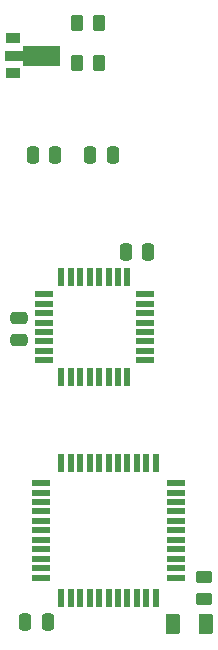
<source format=gbr>
%TF.GenerationSoftware,KiCad,Pcbnew,(6.0.7)*%
%TF.CreationDate,2023-01-02T00:51:12+00:00*%
%TF.ProjectId,CPC464-2MINIPS2,43504334-3634-42d3-924d-494e49505332,rev?*%
%TF.SameCoordinates,Original*%
%TF.FileFunction,Paste,Top*%
%TF.FilePolarity,Positive*%
%FSLAX46Y46*%
G04 Gerber Fmt 4.6, Leading zero omitted, Abs format (unit mm)*
G04 Created by KiCad (PCBNEW (6.0.7)) date 2023-01-02 00:51:12*
%MOMM*%
%LPD*%
G01*
G04 APERTURE LIST*
G04 Aperture macros list*
%AMRoundRect*
0 Rectangle with rounded corners*
0 $1 Rounding radius*
0 $2 $3 $4 $5 $6 $7 $8 $9 X,Y pos of 4 corners*
0 Add a 4 corners polygon primitive as box body*
4,1,4,$2,$3,$4,$5,$6,$7,$8,$9,$2,$3,0*
0 Add four circle primitives for the rounded corners*
1,1,$1+$1,$2,$3*
1,1,$1+$1,$4,$5*
1,1,$1+$1,$6,$7*
1,1,$1+$1,$8,$9*
0 Add four rect primitives between the rounded corners*
20,1,$1+$1,$2,$3,$4,$5,0*
20,1,$1+$1,$4,$5,$6,$7,0*
20,1,$1+$1,$6,$7,$8,$9,0*
20,1,$1+$1,$8,$9,$2,$3,0*%
%AMFreePoly0*
4,1,9,3.862500,-0.866500,0.737500,-0.866500,0.737500,-0.450000,-0.737500,-0.450000,-0.737500,0.450000,0.737500,0.450000,0.737500,0.866500,3.862500,0.866500,3.862500,-0.866500,3.862500,-0.866500,$1*%
G04 Aperture macros list end*
%ADD10RoundRect,0.250000X0.450000X-0.262500X0.450000X0.262500X-0.450000X0.262500X-0.450000X-0.262500X0*%
%ADD11RoundRect,0.250000X0.375000X0.625000X-0.375000X0.625000X-0.375000X-0.625000X0.375000X-0.625000X0*%
%ADD12RoundRect,0.250000X0.250000X0.475000X-0.250000X0.475000X-0.250000X-0.475000X0.250000X-0.475000X0*%
%ADD13RoundRect,0.250000X-0.262500X-0.450000X0.262500X-0.450000X0.262500X0.450000X-0.262500X0.450000X0*%
%ADD14RoundRect,0.250000X0.262500X0.450000X-0.262500X0.450000X-0.262500X-0.450000X0.262500X-0.450000X0*%
%ADD15R,1.300000X0.900000*%
%ADD16FreePoly0,0.000000*%
%ADD17R,1.500000X0.550000*%
%ADD18R,0.550000X1.500000*%
%ADD19R,1.600000X0.550000*%
%ADD20R,0.550000X1.600000*%
%ADD21RoundRect,0.250000X-0.475000X0.250000X-0.475000X-0.250000X0.475000X-0.250000X0.475000X0.250000X0*%
%ADD22RoundRect,0.250000X-0.250000X-0.475000X0.250000X-0.475000X0.250000X0.475000X-0.250000X0.475000X0*%
G04 APERTURE END LIST*
D10*
%TO.C,R809*%
X62590000Y-94502500D03*
X62590000Y-92677500D03*
%TD*%
D11*
%TO.C,D810*%
X62720000Y-96640000D03*
X59920000Y-96640000D03*
%TD*%
D12*
%TO.C,C807*%
X49360000Y-96460000D03*
X47460000Y-96460000D03*
%TD*%
D13*
%TO.C,R808*%
X51837500Y-45750000D03*
X53662500Y-45750000D03*
%TD*%
D14*
%TO.C,R804*%
X53662500Y-49100000D03*
X51837500Y-49100000D03*
%TD*%
D15*
%TO.C,Q800*%
X46400000Y-47000000D03*
D16*
X46487500Y-48500000D03*
D15*
X46400000Y-50000000D03*
%TD*%
D17*
%TO.C,IC803*%
X48800000Y-84700000D03*
X48800000Y-85500000D03*
X48800000Y-86300000D03*
X48800000Y-87100000D03*
X48800000Y-87900000D03*
X48800000Y-88700000D03*
X48800000Y-89500000D03*
X48800000Y-90300000D03*
X48800000Y-91100000D03*
X48800000Y-91900000D03*
X48800000Y-92700000D03*
D18*
X50500000Y-94400000D03*
X51300000Y-94400000D03*
X52100000Y-94400000D03*
X52900000Y-94400000D03*
X53700000Y-94400000D03*
X54500000Y-94400000D03*
X55300000Y-94400000D03*
X56100000Y-94400000D03*
X56900000Y-94400000D03*
X57700000Y-94400000D03*
X58500000Y-94400000D03*
D17*
X60200000Y-92700000D03*
X60200000Y-91900000D03*
X60200000Y-91100000D03*
X60200000Y-90300000D03*
X60200000Y-89500000D03*
X60200000Y-88700000D03*
X60200000Y-87900000D03*
X60200000Y-87100000D03*
X60200000Y-86300000D03*
X60200000Y-85500000D03*
X60200000Y-84700000D03*
D18*
X58500000Y-83000000D03*
X57700000Y-83000000D03*
X56900000Y-83000000D03*
X56100000Y-83000000D03*
X55300000Y-83000000D03*
X54500000Y-83000000D03*
X53700000Y-83000000D03*
X52900000Y-83000000D03*
X52100000Y-83000000D03*
X51300000Y-83000000D03*
X50500000Y-83000000D03*
%TD*%
D19*
%TO.C,IC800*%
X49050000Y-68700000D03*
X49050000Y-69500000D03*
X49050000Y-70300000D03*
X49050000Y-71100000D03*
X49050000Y-71900000D03*
X49050000Y-72700000D03*
X49050000Y-73500000D03*
X49050000Y-74300000D03*
D20*
X50500000Y-75750000D03*
X51300000Y-75750000D03*
X52100000Y-75750000D03*
X52900000Y-75750000D03*
X53700000Y-75750000D03*
X54500000Y-75750000D03*
X55300000Y-75750000D03*
X56100000Y-75750000D03*
D19*
X57550000Y-74300000D03*
X57550000Y-73500000D03*
X57550000Y-72700000D03*
X57550000Y-71900000D03*
X57550000Y-71100000D03*
X57550000Y-70300000D03*
X57550000Y-69500000D03*
X57550000Y-68700000D03*
D20*
X56100000Y-67250000D03*
X55300000Y-67250000D03*
X54500000Y-67250000D03*
X53700000Y-67250000D03*
X52900000Y-67250000D03*
X52100000Y-67250000D03*
X51300000Y-67250000D03*
X50500000Y-67250000D03*
%TD*%
D21*
%TO.C,C806*%
X46950000Y-70700000D03*
X46950000Y-72600000D03*
%TD*%
D12*
%TO.C,C802*%
X57850000Y-65150000D03*
X55950000Y-65150000D03*
%TD*%
D22*
%TO.C,C801*%
X50000000Y-56900000D03*
X48100000Y-56900000D03*
%TD*%
D12*
%TO.C,C800*%
X54850000Y-56900000D03*
X52950000Y-56900000D03*
%TD*%
M02*

</source>
